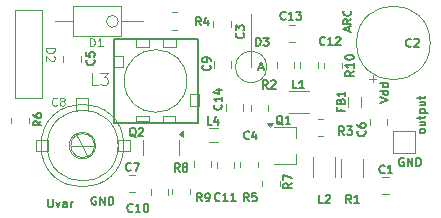
<source format=gbr>
%TF.GenerationSoftware,KiCad,Pcbnew,9.0.5*%
%TF.CreationDate,2025-10-21T13:05:04+02:00*%
%TF.ProjectId,Heterodyna-eltra-t3015-2,48657465-726f-4647-996e-612d656c7472,rev?*%
%TF.SameCoordinates,Original*%
%TF.FileFunction,Legend,Top*%
%TF.FilePolarity,Positive*%
%FSLAX46Y46*%
G04 Gerber Fmt 4.6, Leading zero omitted, Abs format (unit mm)*
G04 Created by KiCad (PCBNEW 9.0.5) date 2025-10-21 13:05:04*
%MOMM*%
%LPD*%
G01*
G04 APERTURE LIST*
%ADD10C,0.150000*%
%ADD11C,0.100000*%
%ADD12C,0.120000*%
%ADD13C,0.200000*%
G04 APERTURE END LIST*
D10*
X176736667Y-113069366D02*
X176670000Y-113036033D01*
X176670000Y-113036033D02*
X176570000Y-113036033D01*
X176570000Y-113036033D02*
X176470000Y-113069366D01*
X176470000Y-113069366D02*
X176403334Y-113136033D01*
X176403334Y-113136033D02*
X176370000Y-113202700D01*
X176370000Y-113202700D02*
X176336667Y-113336033D01*
X176336667Y-113336033D02*
X176336667Y-113436033D01*
X176336667Y-113436033D02*
X176370000Y-113569366D01*
X176370000Y-113569366D02*
X176403334Y-113636033D01*
X176403334Y-113636033D02*
X176470000Y-113702700D01*
X176470000Y-113702700D02*
X176570000Y-113736033D01*
X176570000Y-113736033D02*
X176636667Y-113736033D01*
X176636667Y-113736033D02*
X176736667Y-113702700D01*
X176736667Y-113702700D02*
X176770000Y-113669366D01*
X176770000Y-113669366D02*
X176770000Y-113436033D01*
X176770000Y-113436033D02*
X176636667Y-113436033D01*
X177070000Y-113736033D02*
X177070000Y-113036033D01*
X177070000Y-113036033D02*
X177470000Y-113736033D01*
X177470000Y-113736033D02*
X177470000Y-113036033D01*
X177803333Y-113736033D02*
X177803333Y-113036033D01*
X177803333Y-113036033D02*
X177970000Y-113036033D01*
X177970000Y-113036033D02*
X178070000Y-113069366D01*
X178070000Y-113069366D02*
X178136667Y-113136033D01*
X178136667Y-113136033D02*
X178170000Y-113202700D01*
X178170000Y-113202700D02*
X178203333Y-113336033D01*
X178203333Y-113336033D02*
X178203333Y-113436033D01*
X178203333Y-113436033D02*
X178170000Y-113569366D01*
X178170000Y-113569366D02*
X178136667Y-113636033D01*
X178136667Y-113636033D02*
X178070000Y-113702700D01*
X178070000Y-113702700D02*
X177970000Y-113736033D01*
X177970000Y-113736033D02*
X177803333Y-113736033D01*
X174756033Y-108376666D02*
X175456033Y-108143333D01*
X175456033Y-108143333D02*
X174756033Y-107909999D01*
X175456033Y-107376666D02*
X174756033Y-107376666D01*
X175422700Y-107376666D02*
X175456033Y-107443333D01*
X175456033Y-107443333D02*
X175456033Y-107576666D01*
X175456033Y-107576666D02*
X175422700Y-107643333D01*
X175422700Y-107643333D02*
X175389366Y-107676666D01*
X175389366Y-107676666D02*
X175322700Y-107709999D01*
X175322700Y-107709999D02*
X175122700Y-107709999D01*
X175122700Y-107709999D02*
X175056033Y-107676666D01*
X175056033Y-107676666D02*
X175022700Y-107643333D01*
X175022700Y-107643333D02*
X174989366Y-107576666D01*
X174989366Y-107576666D02*
X174989366Y-107443333D01*
X174989366Y-107443333D02*
X175022700Y-107376666D01*
X175456033Y-106743333D02*
X174756033Y-106743333D01*
X175422700Y-106743333D02*
X175456033Y-106810000D01*
X175456033Y-106810000D02*
X175456033Y-106943333D01*
X175456033Y-106943333D02*
X175422700Y-107010000D01*
X175422700Y-107010000D02*
X175389366Y-107043333D01*
X175389366Y-107043333D02*
X175322700Y-107076666D01*
X175322700Y-107076666D02*
X175122700Y-107076666D01*
X175122700Y-107076666D02*
X175056033Y-107043333D01*
X175056033Y-107043333D02*
X175022700Y-107010000D01*
X175022700Y-107010000D02*
X174989366Y-106943333D01*
X174989366Y-106943333D02*
X174989366Y-106810000D01*
X174989366Y-106810000D02*
X175022700Y-106743333D01*
D11*
X150183333Y-103618633D02*
X150183333Y-102918633D01*
X150183333Y-102918633D02*
X150350000Y-102918633D01*
X150350000Y-102918633D02*
X150450000Y-102951966D01*
X150450000Y-102951966D02*
X150516667Y-103018633D01*
X150516667Y-103018633D02*
X150550000Y-103085300D01*
X150550000Y-103085300D02*
X150583333Y-103218633D01*
X150583333Y-103218633D02*
X150583333Y-103318633D01*
X150583333Y-103318633D02*
X150550000Y-103451966D01*
X150550000Y-103451966D02*
X150516667Y-103518633D01*
X150516667Y-103518633D02*
X150450000Y-103585300D01*
X150450000Y-103585300D02*
X150350000Y-103618633D01*
X150350000Y-103618633D02*
X150183333Y-103618633D01*
X151250000Y-103618633D02*
X150850000Y-103618633D01*
X151050000Y-103618633D02*
X151050000Y-102918633D01*
X151050000Y-102918633D02*
X150983333Y-103018633D01*
X150983333Y-103018633D02*
X150916667Y-103085300D01*
X150916667Y-103085300D02*
X150850000Y-103118633D01*
D10*
X166739999Y-101299366D02*
X166706666Y-101332700D01*
X166706666Y-101332700D02*
X166606666Y-101366033D01*
X166606666Y-101366033D02*
X166539999Y-101366033D01*
X166539999Y-101366033D02*
X166439999Y-101332700D01*
X166439999Y-101332700D02*
X166373333Y-101266033D01*
X166373333Y-101266033D02*
X166339999Y-101199366D01*
X166339999Y-101199366D02*
X166306666Y-101066033D01*
X166306666Y-101066033D02*
X166306666Y-100966033D01*
X166306666Y-100966033D02*
X166339999Y-100832700D01*
X166339999Y-100832700D02*
X166373333Y-100766033D01*
X166373333Y-100766033D02*
X166439999Y-100699366D01*
X166439999Y-100699366D02*
X166539999Y-100666033D01*
X166539999Y-100666033D02*
X166606666Y-100666033D01*
X166606666Y-100666033D02*
X166706666Y-100699366D01*
X166706666Y-100699366D02*
X166739999Y-100732700D01*
X167406666Y-101366033D02*
X167006666Y-101366033D01*
X167206666Y-101366033D02*
X167206666Y-100666033D01*
X167206666Y-100666033D02*
X167139999Y-100766033D01*
X167139999Y-100766033D02*
X167073333Y-100832700D01*
X167073333Y-100832700D02*
X167006666Y-100866033D01*
X167640000Y-100666033D02*
X168073333Y-100666033D01*
X168073333Y-100666033D02*
X167840000Y-100932700D01*
X167840000Y-100932700D02*
X167940000Y-100932700D01*
X167940000Y-100932700D02*
X168006666Y-100966033D01*
X168006666Y-100966033D02*
X168040000Y-100999366D01*
X168040000Y-100999366D02*
X168073333Y-101066033D01*
X168073333Y-101066033D02*
X168073333Y-101232700D01*
X168073333Y-101232700D02*
X168040000Y-101299366D01*
X168040000Y-101299366D02*
X168006666Y-101332700D01*
X168006666Y-101332700D02*
X167940000Y-101366033D01*
X167940000Y-101366033D02*
X167740000Y-101366033D01*
X167740000Y-101366033D02*
X167673333Y-101332700D01*
X167673333Y-101332700D02*
X167640000Y-101299366D01*
X146076033Y-109906666D02*
X145742700Y-110139999D01*
X146076033Y-110306666D02*
X145376033Y-110306666D01*
X145376033Y-110306666D02*
X145376033Y-110039999D01*
X145376033Y-110039999D02*
X145409366Y-109973333D01*
X145409366Y-109973333D02*
X145442700Y-109939999D01*
X145442700Y-109939999D02*
X145509366Y-109906666D01*
X145509366Y-109906666D02*
X145609366Y-109906666D01*
X145609366Y-109906666D02*
X145676033Y-109939999D01*
X145676033Y-109939999D02*
X145709366Y-109973333D01*
X145709366Y-109973333D02*
X145742700Y-110039999D01*
X145742700Y-110039999D02*
X145742700Y-110306666D01*
X145376033Y-109306666D02*
X145376033Y-109439999D01*
X145376033Y-109439999D02*
X145409366Y-109506666D01*
X145409366Y-109506666D02*
X145442700Y-109539999D01*
X145442700Y-109539999D02*
X145542700Y-109606666D01*
X145542700Y-109606666D02*
X145676033Y-109639999D01*
X145676033Y-109639999D02*
X145942700Y-109639999D01*
X145942700Y-109639999D02*
X146009366Y-109606666D01*
X146009366Y-109606666D02*
X146042700Y-109573333D01*
X146042700Y-109573333D02*
X146076033Y-109506666D01*
X146076033Y-109506666D02*
X146076033Y-109373333D01*
X146076033Y-109373333D02*
X146042700Y-109306666D01*
X146042700Y-109306666D02*
X146009366Y-109273333D01*
X146009366Y-109273333D02*
X145942700Y-109239999D01*
X145942700Y-109239999D02*
X145776033Y-109239999D01*
X145776033Y-109239999D02*
X145709366Y-109273333D01*
X145709366Y-109273333D02*
X145676033Y-109306666D01*
X145676033Y-109306666D02*
X145642700Y-109373333D01*
X145642700Y-109373333D02*
X145642700Y-109506666D01*
X145642700Y-109506666D02*
X145676033Y-109573333D01*
X145676033Y-109573333D02*
X145709366Y-109606666D01*
X145709366Y-109606666D02*
X145776033Y-109639999D01*
X165233333Y-107191033D02*
X165000000Y-106857700D01*
X164833333Y-107191033D02*
X164833333Y-106491033D01*
X164833333Y-106491033D02*
X165100000Y-106491033D01*
X165100000Y-106491033D02*
X165166667Y-106524366D01*
X165166667Y-106524366D02*
X165200000Y-106557700D01*
X165200000Y-106557700D02*
X165233333Y-106624366D01*
X165233333Y-106624366D02*
X165233333Y-106724366D01*
X165233333Y-106724366D02*
X165200000Y-106791033D01*
X165200000Y-106791033D02*
X165166667Y-106824366D01*
X165166667Y-106824366D02*
X165100000Y-106857700D01*
X165100000Y-106857700D02*
X164833333Y-106857700D01*
X165500000Y-106557700D02*
X165533333Y-106524366D01*
X165533333Y-106524366D02*
X165600000Y-106491033D01*
X165600000Y-106491033D02*
X165766667Y-106491033D01*
X165766667Y-106491033D02*
X165833333Y-106524366D01*
X165833333Y-106524366D02*
X165866667Y-106557700D01*
X165866667Y-106557700D02*
X165900000Y-106624366D01*
X165900000Y-106624366D02*
X165900000Y-106691033D01*
X165900000Y-106691033D02*
X165866667Y-106791033D01*
X165866667Y-106791033D02*
X165466667Y-107191033D01*
X165466667Y-107191033D02*
X165900000Y-107191033D01*
X159583333Y-101836033D02*
X159350000Y-101502700D01*
X159183333Y-101836033D02*
X159183333Y-101136033D01*
X159183333Y-101136033D02*
X159450000Y-101136033D01*
X159450000Y-101136033D02*
X159516667Y-101169366D01*
X159516667Y-101169366D02*
X159550000Y-101202700D01*
X159550000Y-101202700D02*
X159583333Y-101269366D01*
X159583333Y-101269366D02*
X159583333Y-101369366D01*
X159583333Y-101369366D02*
X159550000Y-101436033D01*
X159550000Y-101436033D02*
X159516667Y-101469366D01*
X159516667Y-101469366D02*
X159450000Y-101502700D01*
X159450000Y-101502700D02*
X159183333Y-101502700D01*
X160183333Y-101369366D02*
X160183333Y-101836033D01*
X160016667Y-101102700D02*
X159850000Y-101602700D01*
X159850000Y-101602700D02*
X160283333Y-101602700D01*
X172496033Y-105680000D02*
X172162700Y-105913333D01*
X172496033Y-106080000D02*
X171796033Y-106080000D01*
X171796033Y-106080000D02*
X171796033Y-105813333D01*
X171796033Y-105813333D02*
X171829366Y-105746667D01*
X171829366Y-105746667D02*
X171862700Y-105713333D01*
X171862700Y-105713333D02*
X171929366Y-105680000D01*
X171929366Y-105680000D02*
X172029366Y-105680000D01*
X172029366Y-105680000D02*
X172096033Y-105713333D01*
X172096033Y-105713333D02*
X172129366Y-105746667D01*
X172129366Y-105746667D02*
X172162700Y-105813333D01*
X172162700Y-105813333D02*
X172162700Y-106080000D01*
X172496033Y-105013333D02*
X172496033Y-105413333D01*
X172496033Y-105213333D02*
X171796033Y-105213333D01*
X171796033Y-105213333D02*
X171896033Y-105280000D01*
X171896033Y-105280000D02*
X171962700Y-105346667D01*
X171962700Y-105346667D02*
X171996033Y-105413333D01*
X171796033Y-104580000D02*
X171796033Y-104513333D01*
X171796033Y-104513333D02*
X171829366Y-104446666D01*
X171829366Y-104446666D02*
X171862700Y-104413333D01*
X171862700Y-104413333D02*
X171929366Y-104380000D01*
X171929366Y-104380000D02*
X172062700Y-104346666D01*
X172062700Y-104346666D02*
X172229366Y-104346666D01*
X172229366Y-104346666D02*
X172362700Y-104380000D01*
X172362700Y-104380000D02*
X172429366Y-104413333D01*
X172429366Y-104413333D02*
X172462700Y-104446666D01*
X172462700Y-104446666D02*
X172496033Y-104513333D01*
X172496033Y-104513333D02*
X172496033Y-104580000D01*
X172496033Y-104580000D02*
X172462700Y-104646666D01*
X172462700Y-104646666D02*
X172429366Y-104680000D01*
X172429366Y-104680000D02*
X172362700Y-104713333D01*
X172362700Y-104713333D02*
X172229366Y-104746666D01*
X172229366Y-104746666D02*
X172062700Y-104746666D01*
X172062700Y-104746666D02*
X171929366Y-104713333D01*
X171929366Y-104713333D02*
X171862700Y-104680000D01*
X171862700Y-104680000D02*
X171829366Y-104646666D01*
X171829366Y-104646666D02*
X171796033Y-104580000D01*
X171399366Y-108873333D02*
X171399366Y-109106666D01*
X171766033Y-109106666D02*
X171066033Y-109106666D01*
X171066033Y-109106666D02*
X171066033Y-108773333D01*
X171399366Y-108273333D02*
X171432700Y-108173333D01*
X171432700Y-108173333D02*
X171466033Y-108139999D01*
X171466033Y-108139999D02*
X171532700Y-108106666D01*
X171532700Y-108106666D02*
X171632700Y-108106666D01*
X171632700Y-108106666D02*
X171699366Y-108139999D01*
X171699366Y-108139999D02*
X171732700Y-108173333D01*
X171732700Y-108173333D02*
X171766033Y-108239999D01*
X171766033Y-108239999D02*
X171766033Y-108506666D01*
X171766033Y-108506666D02*
X171066033Y-108506666D01*
X171066033Y-108506666D02*
X171066033Y-108273333D01*
X171066033Y-108273333D02*
X171099366Y-108206666D01*
X171099366Y-108206666D02*
X171132700Y-108173333D01*
X171132700Y-108173333D02*
X171199366Y-108139999D01*
X171199366Y-108139999D02*
X171266033Y-108139999D01*
X171266033Y-108139999D02*
X171332700Y-108173333D01*
X171332700Y-108173333D02*
X171366033Y-108206666D01*
X171366033Y-108206666D02*
X171399366Y-108273333D01*
X171399366Y-108273333D02*
X171399366Y-108506666D01*
X171766033Y-107439999D02*
X171766033Y-107839999D01*
X171766033Y-107639999D02*
X171066033Y-107639999D01*
X171066033Y-107639999D02*
X171166033Y-107706666D01*
X171166033Y-107706666D02*
X171232700Y-107773333D01*
X171232700Y-107773333D02*
X171266033Y-107839999D01*
X159653333Y-116736033D02*
X159420000Y-116402700D01*
X159253333Y-116736033D02*
X159253333Y-116036033D01*
X159253333Y-116036033D02*
X159520000Y-116036033D01*
X159520000Y-116036033D02*
X159586667Y-116069366D01*
X159586667Y-116069366D02*
X159620000Y-116102700D01*
X159620000Y-116102700D02*
X159653333Y-116169366D01*
X159653333Y-116169366D02*
X159653333Y-116269366D01*
X159653333Y-116269366D02*
X159620000Y-116336033D01*
X159620000Y-116336033D02*
X159586667Y-116369366D01*
X159586667Y-116369366D02*
X159520000Y-116402700D01*
X159520000Y-116402700D02*
X159253333Y-116402700D01*
X159986667Y-116736033D02*
X160120000Y-116736033D01*
X160120000Y-116736033D02*
X160186667Y-116702700D01*
X160186667Y-116702700D02*
X160220000Y-116669366D01*
X160220000Y-116669366D02*
X160286667Y-116569366D01*
X160286667Y-116569366D02*
X160320000Y-116436033D01*
X160320000Y-116436033D02*
X160320000Y-116169366D01*
X160320000Y-116169366D02*
X160286667Y-116102700D01*
X160286667Y-116102700D02*
X160253333Y-116069366D01*
X160253333Y-116069366D02*
X160186667Y-116036033D01*
X160186667Y-116036033D02*
X160053333Y-116036033D01*
X160053333Y-116036033D02*
X159986667Y-116069366D01*
X159986667Y-116069366D02*
X159953333Y-116102700D01*
X159953333Y-116102700D02*
X159920000Y-116169366D01*
X159920000Y-116169366D02*
X159920000Y-116336033D01*
X159920000Y-116336033D02*
X159953333Y-116402700D01*
X159953333Y-116402700D02*
X159986667Y-116436033D01*
X159986667Y-116436033D02*
X160053333Y-116469366D01*
X160053333Y-116469366D02*
X160186667Y-116469366D01*
X160186667Y-116469366D02*
X160253333Y-116436033D01*
X160253333Y-116436033D02*
X160286667Y-116402700D01*
X160286667Y-116402700D02*
X160320000Y-116336033D01*
D11*
X150833333Y-106857419D02*
X150357143Y-106857419D01*
X150357143Y-106857419D02*
X150357143Y-105857419D01*
X151071429Y-105857419D02*
X151690476Y-105857419D01*
X151690476Y-105857419D02*
X151357143Y-106238371D01*
X151357143Y-106238371D02*
X151500000Y-106238371D01*
X151500000Y-106238371D02*
X151595238Y-106285990D01*
X151595238Y-106285990D02*
X151642857Y-106333609D01*
X151642857Y-106333609D02*
X151690476Y-106428847D01*
X151690476Y-106428847D02*
X151690476Y-106666942D01*
X151690476Y-106666942D02*
X151642857Y-106762180D01*
X151642857Y-106762180D02*
X151595238Y-106809800D01*
X151595238Y-106809800D02*
X151500000Y-106857419D01*
X151500000Y-106857419D02*
X151214286Y-106857419D01*
X151214286Y-106857419D02*
X151119048Y-106809800D01*
X151119048Y-106809800D02*
X151071429Y-106762180D01*
D10*
X161279366Y-108540000D02*
X161312700Y-108573333D01*
X161312700Y-108573333D02*
X161346033Y-108673333D01*
X161346033Y-108673333D02*
X161346033Y-108740000D01*
X161346033Y-108740000D02*
X161312700Y-108840000D01*
X161312700Y-108840000D02*
X161246033Y-108906667D01*
X161246033Y-108906667D02*
X161179366Y-108940000D01*
X161179366Y-108940000D02*
X161046033Y-108973333D01*
X161046033Y-108973333D02*
X160946033Y-108973333D01*
X160946033Y-108973333D02*
X160812700Y-108940000D01*
X160812700Y-108940000D02*
X160746033Y-108906667D01*
X160746033Y-108906667D02*
X160679366Y-108840000D01*
X160679366Y-108840000D02*
X160646033Y-108740000D01*
X160646033Y-108740000D02*
X160646033Y-108673333D01*
X160646033Y-108673333D02*
X160679366Y-108573333D01*
X160679366Y-108573333D02*
X160712700Y-108540000D01*
X161346033Y-107873333D02*
X161346033Y-108273333D01*
X161346033Y-108073333D02*
X160646033Y-108073333D01*
X160646033Y-108073333D02*
X160746033Y-108140000D01*
X160746033Y-108140000D02*
X160812700Y-108206667D01*
X160812700Y-108206667D02*
X160846033Y-108273333D01*
X160879366Y-107273333D02*
X161346033Y-107273333D01*
X160612700Y-107440000D02*
X161112700Y-107606666D01*
X161112700Y-107606666D02*
X161112700Y-107173333D01*
X153789999Y-117559366D02*
X153756666Y-117592700D01*
X153756666Y-117592700D02*
X153656666Y-117626033D01*
X153656666Y-117626033D02*
X153589999Y-117626033D01*
X153589999Y-117626033D02*
X153489999Y-117592700D01*
X153489999Y-117592700D02*
X153423333Y-117526033D01*
X153423333Y-117526033D02*
X153389999Y-117459366D01*
X153389999Y-117459366D02*
X153356666Y-117326033D01*
X153356666Y-117326033D02*
X153356666Y-117226033D01*
X153356666Y-117226033D02*
X153389999Y-117092700D01*
X153389999Y-117092700D02*
X153423333Y-117026033D01*
X153423333Y-117026033D02*
X153489999Y-116959366D01*
X153489999Y-116959366D02*
X153589999Y-116926033D01*
X153589999Y-116926033D02*
X153656666Y-116926033D01*
X153656666Y-116926033D02*
X153756666Y-116959366D01*
X153756666Y-116959366D02*
X153789999Y-116992700D01*
X154456666Y-117626033D02*
X154056666Y-117626033D01*
X154256666Y-117626033D02*
X154256666Y-116926033D01*
X154256666Y-116926033D02*
X154189999Y-117026033D01*
X154189999Y-117026033D02*
X154123333Y-117092700D01*
X154123333Y-117092700D02*
X154056666Y-117126033D01*
X154890000Y-116926033D02*
X154956666Y-116926033D01*
X154956666Y-116926033D02*
X155023333Y-116959366D01*
X155023333Y-116959366D02*
X155056666Y-116992700D01*
X155056666Y-116992700D02*
X155090000Y-117059366D01*
X155090000Y-117059366D02*
X155123333Y-117192700D01*
X155123333Y-117192700D02*
X155123333Y-117359366D01*
X155123333Y-117359366D02*
X155090000Y-117492700D01*
X155090000Y-117492700D02*
X155056666Y-117559366D01*
X155056666Y-117559366D02*
X155023333Y-117592700D01*
X155023333Y-117592700D02*
X154956666Y-117626033D01*
X154956666Y-117626033D02*
X154890000Y-117626033D01*
X154890000Y-117626033D02*
X154823333Y-117592700D01*
X154823333Y-117592700D02*
X154790000Y-117559366D01*
X154790000Y-117559366D02*
X154756666Y-117492700D01*
X154756666Y-117492700D02*
X154723333Y-117359366D01*
X154723333Y-117359366D02*
X154723333Y-117192700D01*
X154723333Y-117192700D02*
X154756666Y-117059366D01*
X154756666Y-117059366D02*
X154790000Y-116992700D01*
X154790000Y-116992700D02*
X154823333Y-116959366D01*
X154823333Y-116959366D02*
X154890000Y-116926033D01*
X175123333Y-114299366D02*
X175090000Y-114332700D01*
X175090000Y-114332700D02*
X174990000Y-114366033D01*
X174990000Y-114366033D02*
X174923333Y-114366033D01*
X174923333Y-114366033D02*
X174823333Y-114332700D01*
X174823333Y-114332700D02*
X174756667Y-114266033D01*
X174756667Y-114266033D02*
X174723333Y-114199366D01*
X174723333Y-114199366D02*
X174690000Y-114066033D01*
X174690000Y-114066033D02*
X174690000Y-113966033D01*
X174690000Y-113966033D02*
X174723333Y-113832700D01*
X174723333Y-113832700D02*
X174756667Y-113766033D01*
X174756667Y-113766033D02*
X174823333Y-113699366D01*
X174823333Y-113699366D02*
X174923333Y-113666033D01*
X174923333Y-113666033D02*
X174990000Y-113666033D01*
X174990000Y-113666033D02*
X175090000Y-113699366D01*
X175090000Y-113699366D02*
X175123333Y-113732700D01*
X175790000Y-114366033D02*
X175390000Y-114366033D01*
X175590000Y-114366033D02*
X175590000Y-113666033D01*
X175590000Y-113666033D02*
X175523333Y-113766033D01*
X175523333Y-113766033D02*
X175456667Y-113832700D01*
X175456667Y-113832700D02*
X175390000Y-113866033D01*
X157763333Y-114216033D02*
X157530000Y-113882700D01*
X157363333Y-114216033D02*
X157363333Y-113516033D01*
X157363333Y-113516033D02*
X157630000Y-113516033D01*
X157630000Y-113516033D02*
X157696667Y-113549366D01*
X157696667Y-113549366D02*
X157730000Y-113582700D01*
X157730000Y-113582700D02*
X157763333Y-113649366D01*
X157763333Y-113649366D02*
X157763333Y-113749366D01*
X157763333Y-113749366D02*
X157730000Y-113816033D01*
X157730000Y-113816033D02*
X157696667Y-113849366D01*
X157696667Y-113849366D02*
X157630000Y-113882700D01*
X157630000Y-113882700D02*
X157363333Y-113882700D01*
X158163333Y-113816033D02*
X158096667Y-113782700D01*
X158096667Y-113782700D02*
X158063333Y-113749366D01*
X158063333Y-113749366D02*
X158030000Y-113682700D01*
X158030000Y-113682700D02*
X158030000Y-113649366D01*
X158030000Y-113649366D02*
X158063333Y-113582700D01*
X158063333Y-113582700D02*
X158096667Y-113549366D01*
X158096667Y-113549366D02*
X158163333Y-113516033D01*
X158163333Y-113516033D02*
X158296667Y-113516033D01*
X158296667Y-113516033D02*
X158363333Y-113549366D01*
X158363333Y-113549366D02*
X158396667Y-113582700D01*
X158396667Y-113582700D02*
X158430000Y-113649366D01*
X158430000Y-113649366D02*
X158430000Y-113682700D01*
X158430000Y-113682700D02*
X158396667Y-113749366D01*
X158396667Y-113749366D02*
X158363333Y-113782700D01*
X158363333Y-113782700D02*
X158296667Y-113816033D01*
X158296667Y-113816033D02*
X158163333Y-113816033D01*
X158163333Y-113816033D02*
X158096667Y-113849366D01*
X158096667Y-113849366D02*
X158063333Y-113882700D01*
X158063333Y-113882700D02*
X158030000Y-113949366D01*
X158030000Y-113949366D02*
X158030000Y-114082700D01*
X158030000Y-114082700D02*
X158063333Y-114149366D01*
X158063333Y-114149366D02*
X158096667Y-114182700D01*
X158096667Y-114182700D02*
X158163333Y-114216033D01*
X158163333Y-114216033D02*
X158296667Y-114216033D01*
X158296667Y-114216033D02*
X158363333Y-114182700D01*
X158363333Y-114182700D02*
X158396667Y-114149366D01*
X158396667Y-114149366D02*
X158430000Y-114082700D01*
X158430000Y-114082700D02*
X158430000Y-113949366D01*
X158430000Y-113949366D02*
X158396667Y-113882700D01*
X158396667Y-113882700D02*
X158363333Y-113849366D01*
X158363333Y-113849366D02*
X158296667Y-113816033D01*
X172116033Y-102326666D02*
X172116033Y-101993333D01*
X172316033Y-102393333D02*
X171616033Y-102160000D01*
X171616033Y-102160000D02*
X172316033Y-101926666D01*
X172316033Y-101293333D02*
X171982700Y-101526666D01*
X172316033Y-101693333D02*
X171616033Y-101693333D01*
X171616033Y-101693333D02*
X171616033Y-101426666D01*
X171616033Y-101426666D02*
X171649366Y-101360000D01*
X171649366Y-101360000D02*
X171682700Y-101326666D01*
X171682700Y-101326666D02*
X171749366Y-101293333D01*
X171749366Y-101293333D02*
X171849366Y-101293333D01*
X171849366Y-101293333D02*
X171916033Y-101326666D01*
X171916033Y-101326666D02*
X171949366Y-101360000D01*
X171949366Y-101360000D02*
X171982700Y-101426666D01*
X171982700Y-101426666D02*
X171982700Y-101693333D01*
X172249366Y-100593333D02*
X172282700Y-100626666D01*
X172282700Y-100626666D02*
X172316033Y-100726666D01*
X172316033Y-100726666D02*
X172316033Y-100793333D01*
X172316033Y-100793333D02*
X172282700Y-100893333D01*
X172282700Y-100893333D02*
X172216033Y-100960000D01*
X172216033Y-100960000D02*
X172149366Y-100993333D01*
X172149366Y-100993333D02*
X172016033Y-101026666D01*
X172016033Y-101026666D02*
X171916033Y-101026666D01*
X171916033Y-101026666D02*
X171782700Y-100993333D01*
X171782700Y-100993333D02*
X171716033Y-100960000D01*
X171716033Y-100960000D02*
X171649366Y-100893333D01*
X171649366Y-100893333D02*
X171616033Y-100793333D01*
X171616033Y-100793333D02*
X171616033Y-100726666D01*
X171616033Y-100726666D02*
X171649366Y-100626666D01*
X171649366Y-100626666D02*
X171682700Y-100593333D01*
X178566033Y-110809999D02*
X178532700Y-110876666D01*
X178532700Y-110876666D02*
X178499366Y-110909999D01*
X178499366Y-110909999D02*
X178432700Y-110943332D01*
X178432700Y-110943332D02*
X178232700Y-110943332D01*
X178232700Y-110943332D02*
X178166033Y-110909999D01*
X178166033Y-110909999D02*
X178132700Y-110876666D01*
X178132700Y-110876666D02*
X178099366Y-110809999D01*
X178099366Y-110809999D02*
X178099366Y-110709999D01*
X178099366Y-110709999D02*
X178132700Y-110643332D01*
X178132700Y-110643332D02*
X178166033Y-110609999D01*
X178166033Y-110609999D02*
X178232700Y-110576666D01*
X178232700Y-110576666D02*
X178432700Y-110576666D01*
X178432700Y-110576666D02*
X178499366Y-110609999D01*
X178499366Y-110609999D02*
X178532700Y-110643332D01*
X178532700Y-110643332D02*
X178566033Y-110709999D01*
X178566033Y-110709999D02*
X178566033Y-110809999D01*
X178099366Y-109976666D02*
X178566033Y-109976666D01*
X178099366Y-110276666D02*
X178466033Y-110276666D01*
X178466033Y-110276666D02*
X178532700Y-110243333D01*
X178532700Y-110243333D02*
X178566033Y-110176666D01*
X178566033Y-110176666D02*
X178566033Y-110076666D01*
X178566033Y-110076666D02*
X178532700Y-110009999D01*
X178532700Y-110009999D02*
X178499366Y-109976666D01*
X178099366Y-109743333D02*
X178099366Y-109476666D01*
X177866033Y-109643333D02*
X178466033Y-109643333D01*
X178466033Y-109643333D02*
X178532700Y-109610000D01*
X178532700Y-109610000D02*
X178566033Y-109543333D01*
X178566033Y-109543333D02*
X178566033Y-109476666D01*
X178099366Y-109243333D02*
X178799366Y-109243333D01*
X178132700Y-109243333D02*
X178099366Y-109176666D01*
X178099366Y-109176666D02*
X178099366Y-109043333D01*
X178099366Y-109043333D02*
X178132700Y-108976666D01*
X178132700Y-108976666D02*
X178166033Y-108943333D01*
X178166033Y-108943333D02*
X178232700Y-108910000D01*
X178232700Y-108910000D02*
X178432700Y-108910000D01*
X178432700Y-108910000D02*
X178499366Y-108943333D01*
X178499366Y-108943333D02*
X178532700Y-108976666D01*
X178532700Y-108976666D02*
X178566033Y-109043333D01*
X178566033Y-109043333D02*
X178566033Y-109176666D01*
X178566033Y-109176666D02*
X178532700Y-109243333D01*
X178099366Y-108310000D02*
X178566033Y-108310000D01*
X178099366Y-108610000D02*
X178466033Y-108610000D01*
X178466033Y-108610000D02*
X178532700Y-108576667D01*
X178532700Y-108576667D02*
X178566033Y-108510000D01*
X178566033Y-108510000D02*
X178566033Y-108410000D01*
X178566033Y-108410000D02*
X178532700Y-108343333D01*
X178532700Y-108343333D02*
X178499366Y-108310000D01*
X178099366Y-108076667D02*
X178099366Y-107810000D01*
X177866033Y-107976667D02*
X178466033Y-107976667D01*
X178466033Y-107976667D02*
X178532700Y-107943334D01*
X178532700Y-107943334D02*
X178566033Y-107876667D01*
X178566033Y-107876667D02*
X178566033Y-107810000D01*
X169943333Y-116876033D02*
X169609999Y-116876033D01*
X169609999Y-116876033D02*
X169609999Y-116176033D01*
X170143333Y-116242700D02*
X170176666Y-116209366D01*
X170176666Y-116209366D02*
X170243333Y-116176033D01*
X170243333Y-116176033D02*
X170410000Y-116176033D01*
X170410000Y-116176033D02*
X170476666Y-116209366D01*
X170476666Y-116209366D02*
X170510000Y-116242700D01*
X170510000Y-116242700D02*
X170543333Y-116309366D01*
X170543333Y-116309366D02*
X170543333Y-116376033D01*
X170543333Y-116376033D02*
X170510000Y-116476033D01*
X170510000Y-116476033D02*
X170110000Y-116876033D01*
X170110000Y-116876033D02*
X170543333Y-116876033D01*
X160329366Y-105206666D02*
X160362700Y-105239999D01*
X160362700Y-105239999D02*
X160396033Y-105339999D01*
X160396033Y-105339999D02*
X160396033Y-105406666D01*
X160396033Y-105406666D02*
X160362700Y-105506666D01*
X160362700Y-105506666D02*
X160296033Y-105573333D01*
X160296033Y-105573333D02*
X160229366Y-105606666D01*
X160229366Y-105606666D02*
X160096033Y-105639999D01*
X160096033Y-105639999D02*
X159996033Y-105639999D01*
X159996033Y-105639999D02*
X159862700Y-105606666D01*
X159862700Y-105606666D02*
X159796033Y-105573333D01*
X159796033Y-105573333D02*
X159729366Y-105506666D01*
X159729366Y-105506666D02*
X159696033Y-105406666D01*
X159696033Y-105406666D02*
X159696033Y-105339999D01*
X159696033Y-105339999D02*
X159729366Y-105239999D01*
X159729366Y-105239999D02*
X159762700Y-105206666D01*
X160396033Y-104873333D02*
X160396033Y-104739999D01*
X160396033Y-104739999D02*
X160362700Y-104673333D01*
X160362700Y-104673333D02*
X160329366Y-104639999D01*
X160329366Y-104639999D02*
X160229366Y-104573333D01*
X160229366Y-104573333D02*
X160096033Y-104539999D01*
X160096033Y-104539999D02*
X159829366Y-104539999D01*
X159829366Y-104539999D02*
X159762700Y-104573333D01*
X159762700Y-104573333D02*
X159729366Y-104606666D01*
X159729366Y-104606666D02*
X159696033Y-104673333D01*
X159696033Y-104673333D02*
X159696033Y-104806666D01*
X159696033Y-104806666D02*
X159729366Y-104873333D01*
X159729366Y-104873333D02*
X159762700Y-104906666D01*
X159762700Y-104906666D02*
X159829366Y-104939999D01*
X159829366Y-104939999D02*
X159996033Y-104939999D01*
X159996033Y-104939999D02*
X160062700Y-104906666D01*
X160062700Y-104906666D02*
X160096033Y-104873333D01*
X160096033Y-104873333D02*
X160129366Y-104806666D01*
X160129366Y-104806666D02*
X160129366Y-104673333D01*
X160129366Y-104673333D02*
X160096033Y-104606666D01*
X160096033Y-104606666D02*
X160062700Y-104573333D01*
X160062700Y-104573333D02*
X159996033Y-104539999D01*
X171708333Y-111091033D02*
X171475000Y-110757700D01*
X171308333Y-111091033D02*
X171308333Y-110391033D01*
X171308333Y-110391033D02*
X171575000Y-110391033D01*
X171575000Y-110391033D02*
X171641667Y-110424366D01*
X171641667Y-110424366D02*
X171675000Y-110457700D01*
X171675000Y-110457700D02*
X171708333Y-110524366D01*
X171708333Y-110524366D02*
X171708333Y-110624366D01*
X171708333Y-110624366D02*
X171675000Y-110691033D01*
X171675000Y-110691033D02*
X171641667Y-110724366D01*
X171641667Y-110724366D02*
X171575000Y-110757700D01*
X171575000Y-110757700D02*
X171308333Y-110757700D01*
X171941667Y-110391033D02*
X172375000Y-110391033D01*
X172375000Y-110391033D02*
X172141667Y-110657700D01*
X172141667Y-110657700D02*
X172241667Y-110657700D01*
X172241667Y-110657700D02*
X172308333Y-110691033D01*
X172308333Y-110691033D02*
X172341667Y-110724366D01*
X172341667Y-110724366D02*
X172375000Y-110791033D01*
X172375000Y-110791033D02*
X172375000Y-110957700D01*
X172375000Y-110957700D02*
X172341667Y-111024366D01*
X172341667Y-111024366D02*
X172308333Y-111057700D01*
X172308333Y-111057700D02*
X172241667Y-111091033D01*
X172241667Y-111091033D02*
X172041667Y-111091033D01*
X172041667Y-111091033D02*
X171975000Y-111057700D01*
X171975000Y-111057700D02*
X171941667Y-111024366D01*
X150499366Y-104746666D02*
X150532700Y-104779999D01*
X150532700Y-104779999D02*
X150566033Y-104879999D01*
X150566033Y-104879999D02*
X150566033Y-104946666D01*
X150566033Y-104946666D02*
X150532700Y-105046666D01*
X150532700Y-105046666D02*
X150466033Y-105113333D01*
X150466033Y-105113333D02*
X150399366Y-105146666D01*
X150399366Y-105146666D02*
X150266033Y-105179999D01*
X150266033Y-105179999D02*
X150166033Y-105179999D01*
X150166033Y-105179999D02*
X150032700Y-105146666D01*
X150032700Y-105146666D02*
X149966033Y-105113333D01*
X149966033Y-105113333D02*
X149899366Y-105046666D01*
X149899366Y-105046666D02*
X149866033Y-104946666D01*
X149866033Y-104946666D02*
X149866033Y-104879999D01*
X149866033Y-104879999D02*
X149899366Y-104779999D01*
X149899366Y-104779999D02*
X149932700Y-104746666D01*
X149866033Y-104113333D02*
X149866033Y-104446666D01*
X149866033Y-104446666D02*
X150199366Y-104479999D01*
X150199366Y-104479999D02*
X150166033Y-104446666D01*
X150166033Y-104446666D02*
X150132700Y-104379999D01*
X150132700Y-104379999D02*
X150132700Y-104213333D01*
X150132700Y-104213333D02*
X150166033Y-104146666D01*
X150166033Y-104146666D02*
X150199366Y-104113333D01*
X150199366Y-104113333D02*
X150266033Y-104079999D01*
X150266033Y-104079999D02*
X150432700Y-104079999D01*
X150432700Y-104079999D02*
X150499366Y-104113333D01*
X150499366Y-104113333D02*
X150532700Y-104146666D01*
X150532700Y-104146666D02*
X150566033Y-104213333D01*
X150566033Y-104213333D02*
X150566033Y-104379999D01*
X150566033Y-104379999D02*
X150532700Y-104446666D01*
X150532700Y-104446666D02*
X150499366Y-104479999D01*
X154073333Y-111282700D02*
X154006666Y-111249366D01*
X154006666Y-111249366D02*
X153940000Y-111182700D01*
X153940000Y-111182700D02*
X153840000Y-111082700D01*
X153840000Y-111082700D02*
X153773333Y-111049366D01*
X153773333Y-111049366D02*
X153706666Y-111049366D01*
X153740000Y-111216033D02*
X153673333Y-111182700D01*
X153673333Y-111182700D02*
X153606666Y-111116033D01*
X153606666Y-111116033D02*
X153573333Y-110982700D01*
X153573333Y-110982700D02*
X153573333Y-110749366D01*
X153573333Y-110749366D02*
X153606666Y-110616033D01*
X153606666Y-110616033D02*
X153673333Y-110549366D01*
X153673333Y-110549366D02*
X153740000Y-110516033D01*
X153740000Y-110516033D02*
X153873333Y-110516033D01*
X153873333Y-110516033D02*
X153940000Y-110549366D01*
X153940000Y-110549366D02*
X154006666Y-110616033D01*
X154006666Y-110616033D02*
X154040000Y-110749366D01*
X154040000Y-110749366D02*
X154040000Y-110982700D01*
X154040000Y-110982700D02*
X154006666Y-111116033D01*
X154006666Y-111116033D02*
X153940000Y-111182700D01*
X153940000Y-111182700D02*
X153873333Y-111216033D01*
X153873333Y-111216033D02*
X153740000Y-111216033D01*
X154306666Y-110582700D02*
X154339999Y-110549366D01*
X154339999Y-110549366D02*
X154406666Y-110516033D01*
X154406666Y-110516033D02*
X154573333Y-110516033D01*
X154573333Y-110516033D02*
X154639999Y-110549366D01*
X154639999Y-110549366D02*
X154673333Y-110582700D01*
X154673333Y-110582700D02*
X154706666Y-110649366D01*
X154706666Y-110649366D02*
X154706666Y-110716033D01*
X154706666Y-110716033D02*
X154673333Y-110816033D01*
X154673333Y-110816033D02*
X154273333Y-111216033D01*
X154273333Y-111216033D02*
X154706666Y-111216033D01*
X150696667Y-116359366D02*
X150630000Y-116326033D01*
X150630000Y-116326033D02*
X150530000Y-116326033D01*
X150530000Y-116326033D02*
X150430000Y-116359366D01*
X150430000Y-116359366D02*
X150363334Y-116426033D01*
X150363334Y-116426033D02*
X150330000Y-116492700D01*
X150330000Y-116492700D02*
X150296667Y-116626033D01*
X150296667Y-116626033D02*
X150296667Y-116726033D01*
X150296667Y-116726033D02*
X150330000Y-116859366D01*
X150330000Y-116859366D02*
X150363334Y-116926033D01*
X150363334Y-116926033D02*
X150430000Y-116992700D01*
X150430000Y-116992700D02*
X150530000Y-117026033D01*
X150530000Y-117026033D02*
X150596667Y-117026033D01*
X150596667Y-117026033D02*
X150696667Y-116992700D01*
X150696667Y-116992700D02*
X150730000Y-116959366D01*
X150730000Y-116959366D02*
X150730000Y-116726033D01*
X150730000Y-116726033D02*
X150596667Y-116726033D01*
X151030000Y-117026033D02*
X151030000Y-116326033D01*
X151030000Y-116326033D02*
X151430000Y-117026033D01*
X151430000Y-117026033D02*
X151430000Y-116326033D01*
X151763333Y-117026033D02*
X151763333Y-116326033D01*
X151763333Y-116326033D02*
X151930000Y-116326033D01*
X151930000Y-116326033D02*
X152030000Y-116359366D01*
X152030000Y-116359366D02*
X152096667Y-116426033D01*
X152096667Y-116426033D02*
X152130000Y-116492700D01*
X152130000Y-116492700D02*
X152163333Y-116626033D01*
X152163333Y-116626033D02*
X152163333Y-116726033D01*
X152163333Y-116726033D02*
X152130000Y-116859366D01*
X152130000Y-116859366D02*
X152096667Y-116926033D01*
X152096667Y-116926033D02*
X152030000Y-116992700D01*
X152030000Y-116992700D02*
X151930000Y-117026033D01*
X151930000Y-117026033D02*
X151763333Y-117026033D01*
X163174366Y-102491666D02*
X163207700Y-102524999D01*
X163207700Y-102524999D02*
X163241033Y-102624999D01*
X163241033Y-102624999D02*
X163241033Y-102691666D01*
X163241033Y-102691666D02*
X163207700Y-102791666D01*
X163207700Y-102791666D02*
X163141033Y-102858333D01*
X163141033Y-102858333D02*
X163074366Y-102891666D01*
X163074366Y-102891666D02*
X162941033Y-102924999D01*
X162941033Y-102924999D02*
X162841033Y-102924999D01*
X162841033Y-102924999D02*
X162707700Y-102891666D01*
X162707700Y-102891666D02*
X162641033Y-102858333D01*
X162641033Y-102858333D02*
X162574366Y-102791666D01*
X162574366Y-102791666D02*
X162541033Y-102691666D01*
X162541033Y-102691666D02*
X162541033Y-102624999D01*
X162541033Y-102624999D02*
X162574366Y-102524999D01*
X162574366Y-102524999D02*
X162607700Y-102491666D01*
X162541033Y-102258333D02*
X162541033Y-101824999D01*
X162541033Y-101824999D02*
X162807700Y-102058333D01*
X162807700Y-102058333D02*
X162807700Y-101958333D01*
X162807700Y-101958333D02*
X162841033Y-101891666D01*
X162841033Y-101891666D02*
X162874366Y-101858333D01*
X162874366Y-101858333D02*
X162941033Y-101824999D01*
X162941033Y-101824999D02*
X163107700Y-101824999D01*
X163107700Y-101824999D02*
X163174366Y-101858333D01*
X163174366Y-101858333D02*
X163207700Y-101891666D01*
X163207700Y-101891666D02*
X163241033Y-101958333D01*
X163241033Y-101958333D02*
X163241033Y-102158333D01*
X163241033Y-102158333D02*
X163207700Y-102224999D01*
X163207700Y-102224999D02*
X163174366Y-102258333D01*
X177373333Y-103579366D02*
X177340000Y-103612700D01*
X177340000Y-103612700D02*
X177240000Y-103646033D01*
X177240000Y-103646033D02*
X177173333Y-103646033D01*
X177173333Y-103646033D02*
X177073333Y-103612700D01*
X177073333Y-103612700D02*
X177006667Y-103546033D01*
X177006667Y-103546033D02*
X176973333Y-103479366D01*
X176973333Y-103479366D02*
X176940000Y-103346033D01*
X176940000Y-103346033D02*
X176940000Y-103246033D01*
X176940000Y-103246033D02*
X176973333Y-103112700D01*
X176973333Y-103112700D02*
X177006667Y-103046033D01*
X177006667Y-103046033D02*
X177073333Y-102979366D01*
X177073333Y-102979366D02*
X177173333Y-102946033D01*
X177173333Y-102946033D02*
X177240000Y-102946033D01*
X177240000Y-102946033D02*
X177340000Y-102979366D01*
X177340000Y-102979366D02*
X177373333Y-103012700D01*
X177640000Y-103012700D02*
X177673333Y-102979366D01*
X177673333Y-102979366D02*
X177740000Y-102946033D01*
X177740000Y-102946033D02*
X177906667Y-102946033D01*
X177906667Y-102946033D02*
X177973333Y-102979366D01*
X177973333Y-102979366D02*
X178006667Y-103012700D01*
X178006667Y-103012700D02*
X178040000Y-103079366D01*
X178040000Y-103079366D02*
X178040000Y-103146033D01*
X178040000Y-103146033D02*
X178006667Y-103246033D01*
X178006667Y-103246033D02*
X177606667Y-103646033D01*
X177606667Y-103646033D02*
X178040000Y-103646033D01*
X170069999Y-103439366D02*
X170036666Y-103472700D01*
X170036666Y-103472700D02*
X169936666Y-103506033D01*
X169936666Y-103506033D02*
X169869999Y-103506033D01*
X169869999Y-103506033D02*
X169769999Y-103472700D01*
X169769999Y-103472700D02*
X169703333Y-103406033D01*
X169703333Y-103406033D02*
X169669999Y-103339366D01*
X169669999Y-103339366D02*
X169636666Y-103206033D01*
X169636666Y-103206033D02*
X169636666Y-103106033D01*
X169636666Y-103106033D02*
X169669999Y-102972700D01*
X169669999Y-102972700D02*
X169703333Y-102906033D01*
X169703333Y-102906033D02*
X169769999Y-102839366D01*
X169769999Y-102839366D02*
X169869999Y-102806033D01*
X169869999Y-102806033D02*
X169936666Y-102806033D01*
X169936666Y-102806033D02*
X170036666Y-102839366D01*
X170036666Y-102839366D02*
X170069999Y-102872700D01*
X170736666Y-103506033D02*
X170336666Y-103506033D01*
X170536666Y-103506033D02*
X170536666Y-102806033D01*
X170536666Y-102806033D02*
X170469999Y-102906033D01*
X170469999Y-102906033D02*
X170403333Y-102972700D01*
X170403333Y-102972700D02*
X170336666Y-103006033D01*
X171003333Y-102872700D02*
X171036666Y-102839366D01*
X171036666Y-102839366D02*
X171103333Y-102806033D01*
X171103333Y-102806033D02*
X171270000Y-102806033D01*
X171270000Y-102806033D02*
X171336666Y-102839366D01*
X171336666Y-102839366D02*
X171370000Y-102872700D01*
X171370000Y-102872700D02*
X171403333Y-102939366D01*
X171403333Y-102939366D02*
X171403333Y-103006033D01*
X171403333Y-103006033D02*
X171370000Y-103106033D01*
X171370000Y-103106033D02*
X170970000Y-103506033D01*
X170970000Y-103506033D02*
X171403333Y-103506033D01*
D11*
X147383333Y-108576966D02*
X147350000Y-108610300D01*
X147350000Y-108610300D02*
X147250000Y-108643633D01*
X147250000Y-108643633D02*
X147183333Y-108643633D01*
X147183333Y-108643633D02*
X147083333Y-108610300D01*
X147083333Y-108610300D02*
X147016667Y-108543633D01*
X147016667Y-108543633D02*
X146983333Y-108476966D01*
X146983333Y-108476966D02*
X146950000Y-108343633D01*
X146950000Y-108343633D02*
X146950000Y-108243633D01*
X146950000Y-108243633D02*
X146983333Y-108110300D01*
X146983333Y-108110300D02*
X147016667Y-108043633D01*
X147016667Y-108043633D02*
X147083333Y-107976966D01*
X147083333Y-107976966D02*
X147183333Y-107943633D01*
X147183333Y-107943633D02*
X147250000Y-107943633D01*
X147250000Y-107943633D02*
X147350000Y-107976966D01*
X147350000Y-107976966D02*
X147383333Y-108010300D01*
X147783333Y-108243633D02*
X147716667Y-108210300D01*
X147716667Y-108210300D02*
X147683333Y-108176966D01*
X147683333Y-108176966D02*
X147650000Y-108110300D01*
X147650000Y-108110300D02*
X147650000Y-108076966D01*
X147650000Y-108076966D02*
X147683333Y-108010300D01*
X147683333Y-108010300D02*
X147716667Y-107976966D01*
X147716667Y-107976966D02*
X147783333Y-107943633D01*
X147783333Y-107943633D02*
X147916667Y-107943633D01*
X147916667Y-107943633D02*
X147983333Y-107976966D01*
X147983333Y-107976966D02*
X148016667Y-108010300D01*
X148016667Y-108010300D02*
X148050000Y-108076966D01*
X148050000Y-108076966D02*
X148050000Y-108110300D01*
X148050000Y-108110300D02*
X148016667Y-108176966D01*
X148016667Y-108176966D02*
X147983333Y-108210300D01*
X147983333Y-108210300D02*
X147916667Y-108243633D01*
X147916667Y-108243633D02*
X147783333Y-108243633D01*
X147783333Y-108243633D02*
X147716667Y-108276966D01*
X147716667Y-108276966D02*
X147683333Y-108310300D01*
X147683333Y-108310300D02*
X147650000Y-108376966D01*
X147650000Y-108376966D02*
X147650000Y-108510300D01*
X147650000Y-108510300D02*
X147683333Y-108576966D01*
X147683333Y-108576966D02*
X147716667Y-108610300D01*
X147716667Y-108610300D02*
X147783333Y-108643633D01*
X147783333Y-108643633D02*
X147916667Y-108643633D01*
X147916667Y-108643633D02*
X147983333Y-108610300D01*
X147983333Y-108610300D02*
X148016667Y-108576966D01*
X148016667Y-108576966D02*
X148050000Y-108510300D01*
X148050000Y-108510300D02*
X148050000Y-108376966D01*
X148050000Y-108376966D02*
X148016667Y-108310300D01*
X148016667Y-108310300D02*
X147983333Y-108276966D01*
X147983333Y-108276966D02*
X147916667Y-108243633D01*
D10*
X167266033Y-115186666D02*
X166932700Y-115419999D01*
X167266033Y-115586666D02*
X166566033Y-115586666D01*
X166566033Y-115586666D02*
X166566033Y-115319999D01*
X166566033Y-115319999D02*
X166599366Y-115253333D01*
X166599366Y-115253333D02*
X166632700Y-115219999D01*
X166632700Y-115219999D02*
X166699366Y-115186666D01*
X166699366Y-115186666D02*
X166799366Y-115186666D01*
X166799366Y-115186666D02*
X166866033Y-115219999D01*
X166866033Y-115219999D02*
X166899366Y-115253333D01*
X166899366Y-115253333D02*
X166932700Y-115319999D01*
X166932700Y-115319999D02*
X166932700Y-115586666D01*
X166566033Y-114953333D02*
X166566033Y-114486666D01*
X166566033Y-114486666D02*
X167266033Y-114786666D01*
X172293333Y-116896033D02*
X172060000Y-116562700D01*
X171893333Y-116896033D02*
X171893333Y-116196033D01*
X171893333Y-116196033D02*
X172160000Y-116196033D01*
X172160000Y-116196033D02*
X172226667Y-116229366D01*
X172226667Y-116229366D02*
X172260000Y-116262700D01*
X172260000Y-116262700D02*
X172293333Y-116329366D01*
X172293333Y-116329366D02*
X172293333Y-116429366D01*
X172293333Y-116429366D02*
X172260000Y-116496033D01*
X172260000Y-116496033D02*
X172226667Y-116529366D01*
X172226667Y-116529366D02*
X172160000Y-116562700D01*
X172160000Y-116562700D02*
X171893333Y-116562700D01*
X172960000Y-116896033D02*
X172560000Y-116896033D01*
X172760000Y-116896033D02*
X172760000Y-116196033D01*
X172760000Y-116196033D02*
X172693333Y-116296033D01*
X172693333Y-116296033D02*
X172626667Y-116362700D01*
X172626667Y-116362700D02*
X172560000Y-116396033D01*
X167693333Y-107176033D02*
X167359999Y-107176033D01*
X167359999Y-107176033D02*
X167359999Y-106476033D01*
X168293333Y-107176033D02*
X167893333Y-107176033D01*
X168093333Y-107176033D02*
X168093333Y-106476033D01*
X168093333Y-106476033D02*
X168026666Y-106576033D01*
X168026666Y-106576033D02*
X167960000Y-106642700D01*
X167960000Y-106642700D02*
X167893333Y-106676033D01*
D11*
X146481366Y-103783333D02*
X147181366Y-103783333D01*
X147181366Y-103783333D02*
X147181366Y-103950000D01*
X147181366Y-103950000D02*
X147148033Y-104050000D01*
X147148033Y-104050000D02*
X147081366Y-104116667D01*
X147081366Y-104116667D02*
X147014700Y-104150000D01*
X147014700Y-104150000D02*
X146881366Y-104183333D01*
X146881366Y-104183333D02*
X146781366Y-104183333D01*
X146781366Y-104183333D02*
X146648033Y-104150000D01*
X146648033Y-104150000D02*
X146581366Y-104116667D01*
X146581366Y-104116667D02*
X146514700Y-104050000D01*
X146514700Y-104050000D02*
X146481366Y-103950000D01*
X146481366Y-103950000D02*
X146481366Y-103783333D01*
X147114700Y-104450000D02*
X147148033Y-104483333D01*
X147148033Y-104483333D02*
X147181366Y-104550000D01*
X147181366Y-104550000D02*
X147181366Y-104716667D01*
X147181366Y-104716667D02*
X147148033Y-104783333D01*
X147148033Y-104783333D02*
X147114700Y-104816667D01*
X147114700Y-104816667D02*
X147048033Y-104850000D01*
X147048033Y-104850000D02*
X146981366Y-104850000D01*
X146981366Y-104850000D02*
X146881366Y-104816667D01*
X146881366Y-104816667D02*
X146481366Y-104416667D01*
X146481366Y-104416667D02*
X146481366Y-104850000D01*
D10*
X173449366Y-110756666D02*
X173482700Y-110789999D01*
X173482700Y-110789999D02*
X173516033Y-110889999D01*
X173516033Y-110889999D02*
X173516033Y-110956666D01*
X173516033Y-110956666D02*
X173482700Y-111056666D01*
X173482700Y-111056666D02*
X173416033Y-111123333D01*
X173416033Y-111123333D02*
X173349366Y-111156666D01*
X173349366Y-111156666D02*
X173216033Y-111189999D01*
X173216033Y-111189999D02*
X173116033Y-111189999D01*
X173116033Y-111189999D02*
X172982700Y-111156666D01*
X172982700Y-111156666D02*
X172916033Y-111123333D01*
X172916033Y-111123333D02*
X172849366Y-111056666D01*
X172849366Y-111056666D02*
X172816033Y-110956666D01*
X172816033Y-110956666D02*
X172816033Y-110889999D01*
X172816033Y-110889999D02*
X172849366Y-110789999D01*
X172849366Y-110789999D02*
X172882700Y-110756666D01*
X172816033Y-110156666D02*
X172816033Y-110289999D01*
X172816033Y-110289999D02*
X172849366Y-110356666D01*
X172849366Y-110356666D02*
X172882700Y-110389999D01*
X172882700Y-110389999D02*
X172982700Y-110456666D01*
X172982700Y-110456666D02*
X173116033Y-110489999D01*
X173116033Y-110489999D02*
X173382700Y-110489999D01*
X173382700Y-110489999D02*
X173449366Y-110456666D01*
X173449366Y-110456666D02*
X173482700Y-110423333D01*
X173482700Y-110423333D02*
X173516033Y-110356666D01*
X173516033Y-110356666D02*
X173516033Y-110223333D01*
X173516033Y-110223333D02*
X173482700Y-110156666D01*
X173482700Y-110156666D02*
X173449366Y-110123333D01*
X173449366Y-110123333D02*
X173382700Y-110089999D01*
X173382700Y-110089999D02*
X173216033Y-110089999D01*
X173216033Y-110089999D02*
X173149366Y-110123333D01*
X173149366Y-110123333D02*
X173116033Y-110156666D01*
X173116033Y-110156666D02*
X173082700Y-110223333D01*
X173082700Y-110223333D02*
X173082700Y-110356666D01*
X173082700Y-110356666D02*
X173116033Y-110423333D01*
X173116033Y-110423333D02*
X173149366Y-110456666D01*
X173149366Y-110456666D02*
X173216033Y-110489999D01*
X146640000Y-116526033D02*
X146640000Y-117092700D01*
X146640000Y-117092700D02*
X146673334Y-117159366D01*
X146673334Y-117159366D02*
X146706667Y-117192700D01*
X146706667Y-117192700D02*
X146773334Y-117226033D01*
X146773334Y-117226033D02*
X146906667Y-117226033D01*
X146906667Y-117226033D02*
X146973334Y-117192700D01*
X146973334Y-117192700D02*
X147006667Y-117159366D01*
X147006667Y-117159366D02*
X147040000Y-117092700D01*
X147040000Y-117092700D02*
X147040000Y-116526033D01*
X147306667Y-116759366D02*
X147473333Y-117226033D01*
X147473333Y-117226033D02*
X147640000Y-116759366D01*
X148206666Y-117226033D02*
X148206666Y-116859366D01*
X148206666Y-116859366D02*
X148173333Y-116792700D01*
X148173333Y-116792700D02*
X148106666Y-116759366D01*
X148106666Y-116759366D02*
X147973333Y-116759366D01*
X147973333Y-116759366D02*
X147906666Y-116792700D01*
X148206666Y-117192700D02*
X148140000Y-117226033D01*
X148140000Y-117226033D02*
X147973333Y-117226033D01*
X147973333Y-117226033D02*
X147906666Y-117192700D01*
X147906666Y-117192700D02*
X147873333Y-117126033D01*
X147873333Y-117126033D02*
X147873333Y-117059366D01*
X147873333Y-117059366D02*
X147906666Y-116992700D01*
X147906666Y-116992700D02*
X147973333Y-116959366D01*
X147973333Y-116959366D02*
X148140000Y-116959366D01*
X148140000Y-116959366D02*
X148206666Y-116926033D01*
X148539999Y-117226033D02*
X148539999Y-116759366D01*
X148539999Y-116892700D02*
X148573333Y-116826033D01*
X148573333Y-116826033D02*
X148606666Y-116792700D01*
X148606666Y-116792700D02*
X148673333Y-116759366D01*
X148673333Y-116759366D02*
X148739999Y-116759366D01*
X161179999Y-116649366D02*
X161146666Y-116682700D01*
X161146666Y-116682700D02*
X161046666Y-116716033D01*
X161046666Y-116716033D02*
X160979999Y-116716033D01*
X160979999Y-116716033D02*
X160879999Y-116682700D01*
X160879999Y-116682700D02*
X160813333Y-116616033D01*
X160813333Y-116616033D02*
X160779999Y-116549366D01*
X160779999Y-116549366D02*
X160746666Y-116416033D01*
X160746666Y-116416033D02*
X160746666Y-116316033D01*
X160746666Y-116316033D02*
X160779999Y-116182700D01*
X160779999Y-116182700D02*
X160813333Y-116116033D01*
X160813333Y-116116033D02*
X160879999Y-116049366D01*
X160879999Y-116049366D02*
X160979999Y-116016033D01*
X160979999Y-116016033D02*
X161046666Y-116016033D01*
X161046666Y-116016033D02*
X161146666Y-116049366D01*
X161146666Y-116049366D02*
X161179999Y-116082700D01*
X161846666Y-116716033D02*
X161446666Y-116716033D01*
X161646666Y-116716033D02*
X161646666Y-116016033D01*
X161646666Y-116016033D02*
X161579999Y-116116033D01*
X161579999Y-116116033D02*
X161513333Y-116182700D01*
X161513333Y-116182700D02*
X161446666Y-116216033D01*
X162513333Y-116716033D02*
X162113333Y-116716033D01*
X162313333Y-116716033D02*
X162313333Y-116016033D01*
X162313333Y-116016033D02*
X162246666Y-116116033D01*
X162246666Y-116116033D02*
X162180000Y-116182700D01*
X162180000Y-116182700D02*
X162113333Y-116216033D01*
X163623333Y-116736033D02*
X163390000Y-116402700D01*
X163223333Y-116736033D02*
X163223333Y-116036033D01*
X163223333Y-116036033D02*
X163490000Y-116036033D01*
X163490000Y-116036033D02*
X163556667Y-116069366D01*
X163556667Y-116069366D02*
X163590000Y-116102700D01*
X163590000Y-116102700D02*
X163623333Y-116169366D01*
X163623333Y-116169366D02*
X163623333Y-116269366D01*
X163623333Y-116269366D02*
X163590000Y-116336033D01*
X163590000Y-116336033D02*
X163556667Y-116369366D01*
X163556667Y-116369366D02*
X163490000Y-116402700D01*
X163490000Y-116402700D02*
X163223333Y-116402700D01*
X164256667Y-116036033D02*
X163923333Y-116036033D01*
X163923333Y-116036033D02*
X163890000Y-116369366D01*
X163890000Y-116369366D02*
X163923333Y-116336033D01*
X163923333Y-116336033D02*
X163990000Y-116302700D01*
X163990000Y-116302700D02*
X164156667Y-116302700D01*
X164156667Y-116302700D02*
X164223333Y-116336033D01*
X164223333Y-116336033D02*
X164256667Y-116369366D01*
X164256667Y-116369366D02*
X164290000Y-116436033D01*
X164290000Y-116436033D02*
X164290000Y-116602700D01*
X164290000Y-116602700D02*
X164256667Y-116669366D01*
X164256667Y-116669366D02*
X164223333Y-116702700D01*
X164223333Y-116702700D02*
X164156667Y-116736033D01*
X164156667Y-116736033D02*
X163990000Y-116736033D01*
X163990000Y-116736033D02*
X163923333Y-116702700D01*
X163923333Y-116702700D02*
X163890000Y-116669366D01*
X163658333Y-111424366D02*
X163625000Y-111457700D01*
X163625000Y-111457700D02*
X163525000Y-111491033D01*
X163525000Y-111491033D02*
X163458333Y-111491033D01*
X163458333Y-111491033D02*
X163358333Y-111457700D01*
X163358333Y-111457700D02*
X163291667Y-111391033D01*
X163291667Y-111391033D02*
X163258333Y-111324366D01*
X163258333Y-111324366D02*
X163225000Y-111191033D01*
X163225000Y-111191033D02*
X163225000Y-111091033D01*
X163225000Y-111091033D02*
X163258333Y-110957700D01*
X163258333Y-110957700D02*
X163291667Y-110891033D01*
X163291667Y-110891033D02*
X163358333Y-110824366D01*
X163358333Y-110824366D02*
X163458333Y-110791033D01*
X163458333Y-110791033D02*
X163525000Y-110791033D01*
X163525000Y-110791033D02*
X163625000Y-110824366D01*
X163625000Y-110824366D02*
X163658333Y-110857700D01*
X164258333Y-111024366D02*
X164258333Y-111491033D01*
X164091667Y-110757700D02*
X163925000Y-111257700D01*
X163925000Y-111257700D02*
X164358333Y-111257700D01*
X160513333Y-110246033D02*
X160179999Y-110246033D01*
X160179999Y-110246033D02*
X160179999Y-109546033D01*
X161046666Y-109779366D02*
X161046666Y-110246033D01*
X160880000Y-109512700D02*
X160713333Y-110012700D01*
X160713333Y-110012700D02*
X161146666Y-110012700D01*
X164233333Y-103566033D02*
X164233333Y-102866033D01*
X164233333Y-102866033D02*
X164400000Y-102866033D01*
X164400000Y-102866033D02*
X164500000Y-102899366D01*
X164500000Y-102899366D02*
X164566667Y-102966033D01*
X164566667Y-102966033D02*
X164600000Y-103032700D01*
X164600000Y-103032700D02*
X164633333Y-103166033D01*
X164633333Y-103166033D02*
X164633333Y-103266033D01*
X164633333Y-103266033D02*
X164600000Y-103399366D01*
X164600000Y-103399366D02*
X164566667Y-103466033D01*
X164566667Y-103466033D02*
X164500000Y-103532700D01*
X164500000Y-103532700D02*
X164400000Y-103566033D01*
X164400000Y-103566033D02*
X164233333Y-103566033D01*
X164866667Y-102866033D02*
X165300000Y-102866033D01*
X165300000Y-102866033D02*
X165066667Y-103132700D01*
X165066667Y-103132700D02*
X165166667Y-103132700D01*
X165166667Y-103132700D02*
X165233333Y-103166033D01*
X165233333Y-103166033D02*
X165266667Y-103199366D01*
X165266667Y-103199366D02*
X165300000Y-103266033D01*
X165300000Y-103266033D02*
X165300000Y-103432700D01*
X165300000Y-103432700D02*
X165266667Y-103499366D01*
X165266667Y-103499366D02*
X165233333Y-103532700D01*
X165233333Y-103532700D02*
X165166667Y-103566033D01*
X165166667Y-103566033D02*
X164966667Y-103566033D01*
X164966667Y-103566033D02*
X164900000Y-103532700D01*
X164900000Y-103532700D02*
X164866667Y-103499366D01*
X164483333Y-105416033D02*
X164816666Y-105416033D01*
X164416666Y-105616033D02*
X164650000Y-104916033D01*
X164650000Y-104916033D02*
X164883333Y-105616033D01*
X153643333Y-114079366D02*
X153610000Y-114112700D01*
X153610000Y-114112700D02*
X153510000Y-114146033D01*
X153510000Y-114146033D02*
X153443333Y-114146033D01*
X153443333Y-114146033D02*
X153343333Y-114112700D01*
X153343333Y-114112700D02*
X153276667Y-114046033D01*
X153276667Y-114046033D02*
X153243333Y-113979366D01*
X153243333Y-113979366D02*
X153210000Y-113846033D01*
X153210000Y-113846033D02*
X153210000Y-113746033D01*
X153210000Y-113746033D02*
X153243333Y-113612700D01*
X153243333Y-113612700D02*
X153276667Y-113546033D01*
X153276667Y-113546033D02*
X153343333Y-113479366D01*
X153343333Y-113479366D02*
X153443333Y-113446033D01*
X153443333Y-113446033D02*
X153510000Y-113446033D01*
X153510000Y-113446033D02*
X153610000Y-113479366D01*
X153610000Y-113479366D02*
X153643333Y-113512700D01*
X153876667Y-113446033D02*
X154343333Y-113446033D01*
X154343333Y-113446033D02*
X154043333Y-114146033D01*
X166508333Y-110257700D02*
X166441666Y-110224366D01*
X166441666Y-110224366D02*
X166375000Y-110157700D01*
X166375000Y-110157700D02*
X166275000Y-110057700D01*
X166275000Y-110057700D02*
X166208333Y-110024366D01*
X166208333Y-110024366D02*
X166141666Y-110024366D01*
X166175000Y-110191033D02*
X166108333Y-110157700D01*
X166108333Y-110157700D02*
X166041666Y-110091033D01*
X166041666Y-110091033D02*
X166008333Y-109957700D01*
X166008333Y-109957700D02*
X166008333Y-109724366D01*
X166008333Y-109724366D02*
X166041666Y-109591033D01*
X166041666Y-109591033D02*
X166108333Y-109524366D01*
X166108333Y-109524366D02*
X166175000Y-109491033D01*
X166175000Y-109491033D02*
X166308333Y-109491033D01*
X166308333Y-109491033D02*
X166375000Y-109524366D01*
X166375000Y-109524366D02*
X166441666Y-109591033D01*
X166441666Y-109591033D02*
X166475000Y-109724366D01*
X166475000Y-109724366D02*
X166475000Y-109957700D01*
X166475000Y-109957700D02*
X166441666Y-110091033D01*
X166441666Y-110091033D02*
X166375000Y-110157700D01*
X166375000Y-110157700D02*
X166308333Y-110191033D01*
X166308333Y-110191033D02*
X166175000Y-110191033D01*
X167141666Y-110191033D02*
X166741666Y-110191033D01*
X166941666Y-110191033D02*
X166941666Y-109491033D01*
X166941666Y-109491033D02*
X166874999Y-109591033D01*
X166874999Y-109591033D02*
X166808333Y-109657700D01*
X166808333Y-109657700D02*
X166741666Y-109691033D01*
D11*
%TO.C,D1*%
X148780000Y-101450000D02*
X147180000Y-101450000D01*
X154680000Y-101500000D02*
X152780000Y-101500000D01*
X152780000Y-102700000D02*
X148780000Y-102700000D01*
X148780000Y-100200000D01*
X152780000Y-100200000D01*
X152780000Y-102700000D01*
X152580000Y-101500000D02*
G75*
G02*
X151580000Y-101500000I-500000J0D01*
G01*
X151580000Y-101500000D02*
G75*
G02*
X152580000Y-101500000I500000J0D01*
G01*
D12*
%TO.C,C13*%
X167008748Y-101775000D02*
X167531252Y-101775000D01*
X167008748Y-103245000D02*
X167531252Y-103245000D01*
%TO.C,R6*%
X143515000Y-110117064D02*
X143515000Y-109662936D01*
X144985000Y-110117064D02*
X144985000Y-109662936D01*
%TO.C,R2*%
X165975000Y-104962936D02*
X165975000Y-105417064D01*
X167445000Y-104962936D02*
X167445000Y-105417064D01*
%TO.C,R4*%
X157557064Y-100735000D02*
X157102936Y-100735000D01*
X157557064Y-102205000D02*
X157102936Y-102205000D01*
%TO.C,R10*%
X170015000Y-104982936D02*
X170015000Y-105437064D01*
X171485000Y-104982936D02*
X171485000Y-105437064D01*
%TO.C,FB1*%
X172050000Y-108709622D02*
X172050000Y-107910378D01*
X173170000Y-108709622D02*
X173170000Y-107910378D01*
%TO.C,R9*%
X158995000Y-113352936D02*
X158995000Y-113807064D01*
X160465000Y-113352936D02*
X160465000Y-113807064D01*
%TO.C,L3*%
D11*
X152945000Y-105365000D02*
X152195000Y-105365000D01*
X152195000Y-104415000D01*
X152945000Y-104415000D01*
X152945000Y-105365000D01*
X155145000Y-103665000D02*
X154095000Y-103665000D01*
X154095000Y-103015000D01*
X155145000Y-103015000D01*
X155145000Y-103665000D01*
X155145000Y-109965000D02*
X154095000Y-109965000D01*
X154095000Y-109465000D01*
X155145000Y-109465000D01*
X155145000Y-109965000D01*
X157395000Y-110015000D02*
X156395000Y-110015000D01*
X156395000Y-109465000D01*
X157395000Y-109465000D01*
X157395000Y-110015000D01*
X157445000Y-103665000D02*
X156395000Y-103665000D01*
X156395000Y-102965000D01*
X157445000Y-102965000D01*
X157445000Y-103665000D01*
D13*
X159345000Y-110065000D02*
X152245000Y-110065000D01*
X152245000Y-102965000D01*
X159345000Y-102965000D01*
X159345000Y-110065000D01*
D11*
X159395000Y-108690000D02*
X158645000Y-108690000D01*
X158645000Y-107640000D01*
X159395000Y-107640000D01*
X159395000Y-108690000D01*
X158395000Y-106540000D02*
G75*
G02*
X153095000Y-106540000I-2650000J0D01*
G01*
X153095000Y-106540000D02*
G75*
G02*
X158395000Y-106540000I2650000J0D01*
G01*
D12*
%TO.C,C14*%
X161705000Y-108528748D02*
X161705000Y-109051252D01*
X163175000Y-108528748D02*
X163175000Y-109051252D01*
%TO.C,C10*%
X155335000Y-115668748D02*
X155335000Y-116191252D01*
X156805000Y-115668748D02*
X156805000Y-116191252D01*
%TO.C,C1*%
X174948748Y-114655000D02*
X175471252Y-114655000D01*
X174948748Y-116125000D02*
X175471252Y-116125000D01*
D11*
%TO.C,C15*%
X148570000Y-112010000D02*
X150570000Y-112010000D01*
X150570000Y-112010000D02*
G75*
G02*
X148570000Y-112010000I-1000000J0D01*
G01*
X148570000Y-112010000D02*
G75*
G02*
X150570000Y-112010000I1000000J0D01*
G01*
X152570000Y-112010000D02*
G75*
G02*
X146570000Y-112010000I-3000000J0D01*
G01*
X146570000Y-112010000D02*
G75*
G02*
X152570000Y-112010000I3000000J0D01*
G01*
D12*
%TO.C,R8*%
X157145000Y-115672936D02*
X157145000Y-116127064D01*
X158615000Y-115672936D02*
X158615000Y-116127064D01*
%TO.C,L2*%
X169070000Y-112994758D02*
X169070000Y-114665242D01*
X170890000Y-112994758D02*
X170890000Y-114665242D01*
%TO.C,C9*%
X160645000Y-105411252D02*
X160645000Y-104888748D01*
X162115000Y-105411252D02*
X162115000Y-104888748D01*
%TO.C,R3*%
X169482936Y-109765000D02*
X169937064Y-109765000D01*
X169482936Y-111235000D02*
X169937064Y-111235000D01*
%TO.C,C5*%
X147935000Y-104448748D02*
X147935000Y-104971252D01*
X149405000Y-104448748D02*
X149405000Y-104971252D01*
%TO.C,Q2*%
X154640000Y-112197500D02*
X154640000Y-111547500D01*
X154640000Y-112197500D02*
X154640000Y-112847500D01*
X157760000Y-112197500D02*
X157760000Y-111547500D01*
X157760000Y-112197500D02*
X157760000Y-112847500D01*
X158040000Y-111275000D02*
X157710000Y-111035000D01*
X158040000Y-110795000D01*
X158040000Y-111275000D01*
G36*
X158040000Y-111275000D02*
G01*
X157710000Y-111035000D01*
X158040000Y-110795000D01*
X158040000Y-111275000D01*
G37*
%TO.C,C3*%
X160635000Y-101438748D02*
X160635000Y-101961252D01*
X162105000Y-101438748D02*
X162105000Y-101961252D01*
%TO.C,C2*%
X173815000Y-106357375D02*
X174415000Y-106357375D01*
X174115000Y-106657375D02*
X174115000Y-106057375D01*
X178990000Y-103317626D02*
G75*
G02*
X172750000Y-103317626I-3120000J0D01*
G01*
X172750000Y-103317626D02*
G75*
G02*
X178990000Y-103317626I3120000J0D01*
G01*
%TO.C,C12*%
X168005000Y-105451252D02*
X168005000Y-104928748D01*
X169475000Y-105451252D02*
X169475000Y-104928748D01*
%TO.C,C8*%
X150040000Y-113008500D02*
X149040000Y-111008500D01*
X146640000Y-112508500D02*
X145640000Y-112508500D01*
X145640000Y-111508500D01*
X146640000Y-111508500D01*
X146640000Y-112508500D01*
X150040000Y-109008500D02*
X149040000Y-109008500D01*
X149040000Y-108008500D01*
X150040000Y-108008500D01*
X150040000Y-109008500D01*
X153540000Y-112508500D02*
X152540000Y-112508500D01*
X152540000Y-111508500D01*
X153540000Y-111508500D01*
X153540000Y-112508500D01*
X153040000Y-112008500D02*
G75*
G02*
X146040000Y-112008500I-3500000J0D01*
G01*
X146040000Y-112008500D02*
G75*
G02*
X153040000Y-112008500I3500000J0D01*
G01*
X150658034Y-112008500D02*
G75*
G02*
X148421966Y-112008500I-1118034J0D01*
G01*
X148421966Y-112008500D02*
G75*
G02*
X150658034Y-112008500I1118034J0D01*
G01*
%TO.C,R7*%
X164785000Y-115427064D02*
X164785000Y-114972936D01*
X166255000Y-115427064D02*
X166255000Y-114972936D01*
%TO.C,R1*%
X171440000Y-113182936D02*
X171440000Y-114637064D01*
X173260000Y-113182936D02*
X173260000Y-114637064D01*
%TO.C,L1*%
X167054758Y-107400000D02*
X168725242Y-107400000D01*
X167054758Y-109220000D02*
X168725242Y-109220000D01*
%TO.C,D2*%
D11*
X146140000Y-100490000D02*
X143840000Y-100490000D01*
X143840000Y-107990000D01*
X146140000Y-107990000D01*
X146140000Y-100490000D01*
D12*
%TO.C,C6*%
X173885000Y-110291252D02*
X173885000Y-109768748D01*
X175355000Y-110291252D02*
X175355000Y-109768748D01*
%TO.C,C11*%
X160935000Y-113358748D02*
X160935000Y-113881252D01*
X162405000Y-113358748D02*
X162405000Y-113881252D01*
%TO.C,R5*%
X162925000Y-113837064D02*
X162925000Y-113382936D01*
X164395000Y-113837064D02*
X164395000Y-113382936D01*
%TO.C,TP6*%
X175840000Y-110740000D02*
X175840000Y-112640000D01*
X175840000Y-112640000D02*
X177690000Y-112640000D01*
X177690000Y-110740000D02*
X175840000Y-110740000D01*
X177690000Y-110790000D02*
X177690000Y-110740000D01*
X177690000Y-112640000D02*
X177690000Y-110790000D01*
%TO.C,C4*%
X163785000Y-108558748D02*
X163785000Y-109081252D01*
X165255000Y-108558748D02*
X165255000Y-109081252D01*
%TO.C,L4*%
X160250378Y-110560000D02*
X161049622Y-110560000D01*
X160250378Y-111680000D02*
X161049622Y-111680000D01*
%TO.C,D3*%
X163830000Y-105355000D02*
X163830000Y-100855000D01*
X165156371Y-105355000D02*
G75*
G02*
X162503629Y-105355000I-1326371J0D01*
G01*
X162503629Y-105355000D02*
G75*
G02*
X165156371Y-105355000I1326371J0D01*
G01*
%TO.C,C7*%
X153468748Y-114475000D02*
X153991252Y-114475000D01*
X153468748Y-115945000D02*
X153991252Y-115945000D01*
%TO.C,Q1*%
X167625000Y-112697500D02*
X167625000Y-113587500D01*
X167625000Y-113587500D02*
X165775000Y-113587500D01*
X167640000Y-110467500D02*
X165790000Y-110467500D01*
X167640000Y-110467500D02*
X167640000Y-111357500D01*
X165400000Y-110457500D02*
X165160000Y-110127500D01*
X165640000Y-110127500D01*
X165400000Y-110457500D01*
G36*
X165400000Y-110457500D02*
G01*
X165160000Y-110127500D01*
X165640000Y-110127500D01*
X165400000Y-110457500D01*
G37*
%TD*%
M02*

</source>
